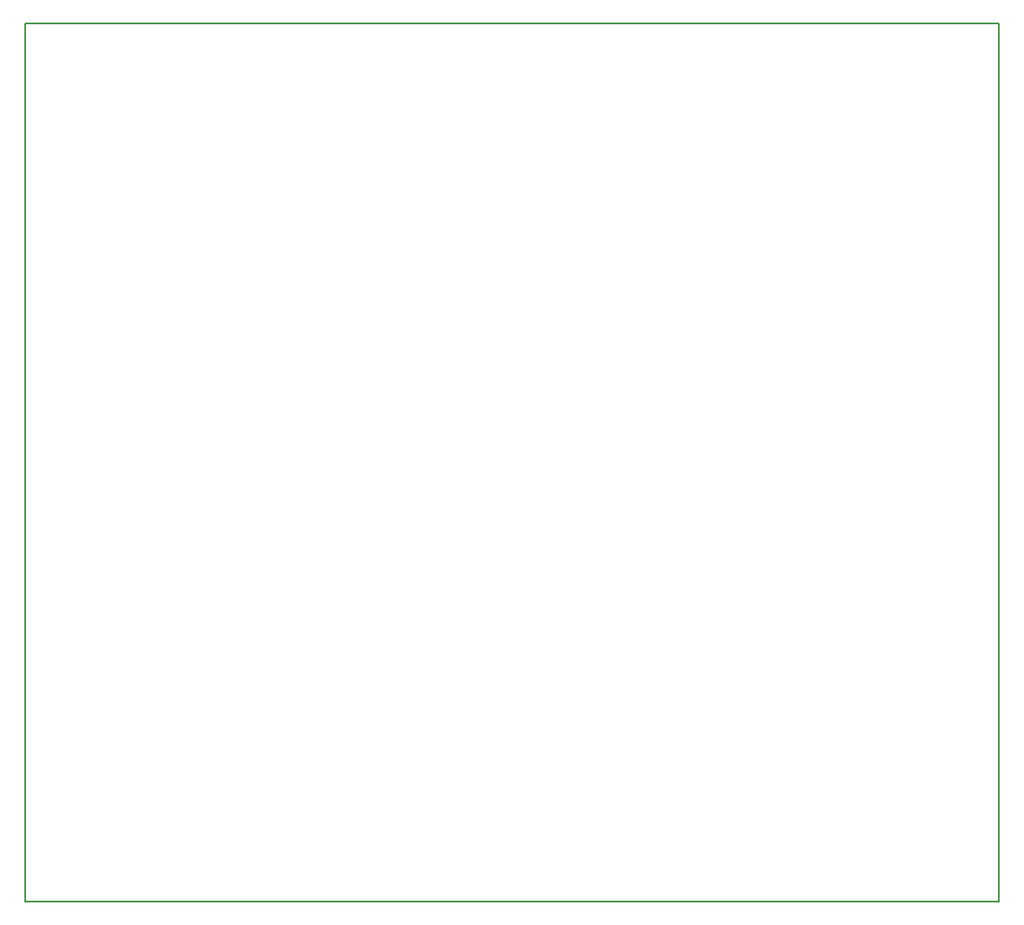
<source format=gm1>
G04*
G04 #@! TF.GenerationSoftware,Altium Limited,Altium Designer,19.0.10 (269)*
G04*
G04 Layer_Color=16711935*
%FSLAX25Y25*%
%MOIN*%
G70*
G01*
G75*
%ADD14C,0.00787*%
D14*
Y337598D01*
Y0D02*
X374016D01*
Y337598D01*
X0D02*
X374016D01*
M02*

</source>
